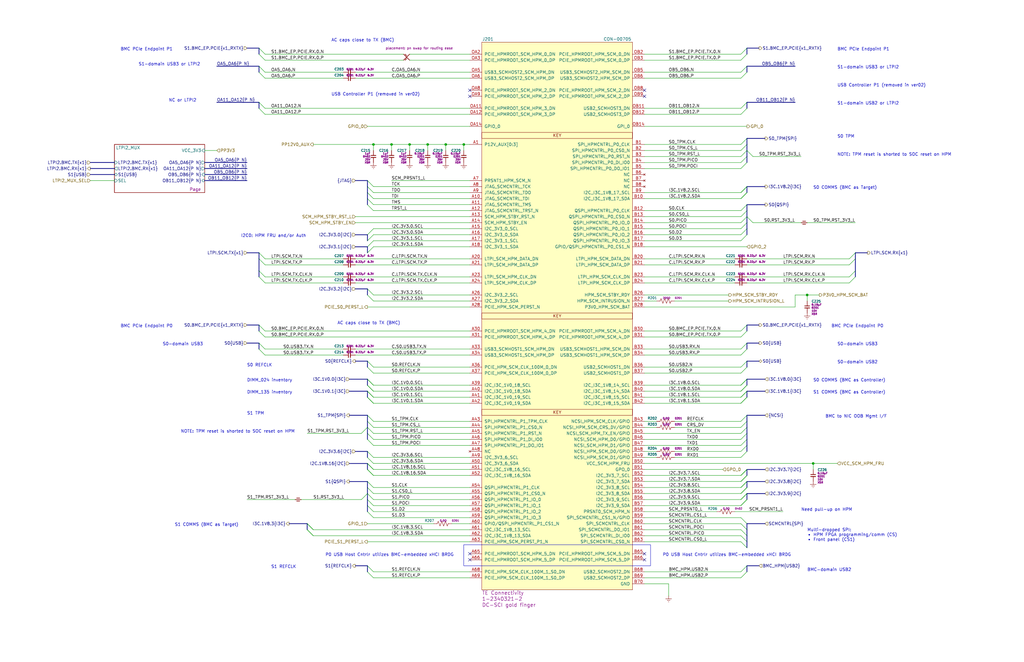
<source format=kicad_sch>
(kicad_sch (version 20231120) (generator "eeschema") (generator_version "8.0")
  (paper "B")
  (title_block (title "${PROJ}") (rev "${REV}") (company "${RPN}") (comment 1 "DC-SCI Edge"))
  (junction (at 340.36 124.46))
  (junction (at 342.9 195.58))
  (junction (at 157.48 60.96))
  (junction (at 180.34 60.96))
  (junction (at 187.96 60.96))
  (junction (at 165.1 60.96))
  (junction (at 172.72 60.96))
  (junction (at 195.58 60.96))
  (no_connect (at 198.12 233.68))
  (no_connect (at 271.78 40.64))
  (no_connect (at 198.12 40.64))
  (no_connect (at 271.78 38.1))
  (no_connect (at 271.78 233.68))
  (no_connect (at 198.12 236.22))
  (no_connect (at 198.12 38.1))
  (no_connect (at 271.78 236.22))
  (bus_entry (at 314.96 137.16) (size -2.54 2.54))
  (bus_entry (at 154.94 152.4) (size 2.54 2.54))
  (bus_entry (at 314.96 203.2) (size -2.54 2.54))
  (bus_entry (at 314.96 210.82) (size -2.54 2.54))
  (bus_entry (at 314.96 208.28) (size -2.54 2.54))
  (bus_entry (at 109.22 109.22) (size 2.54 2.54))
  (bus_entry (at 154.94 195.58) (size 2.54 2.54))
  (bus_entry (at 312.42 185.42) (size 2.54 -2.54))
  (bus_entry (at 314.96 223.52) (size -2.54 -2.54))
  (bus_entry (at 154.94 86.36) (size 2.54 2.54))
  (bus_entry (at 109.22 22.86) (size 2.54 2.54))
  (bus_entry (at 154.94 195.58) (size 2.54 2.54))
  (bus_entry (at 154.94 205.74) (size 2.54 2.54))
  (bus_entry (at 157.48 193.04) (size -2.54 -2.54))
  (bus_entry (at 314.96 210.82) (size -2.54 2.54))
  (bus_entry (at 314.96 162.56) (size -2.54 2.54))
  (bus_entry (at 154.94 198.12) (size 2.54 2.54))
  (bus_entry (at 154.94 165.1) (size 2.54 2.54))
  (bus_entry (at 314.96 88.9) (size -2.54 2.54))
  (bus_entry (at 314.96 205.74) (size -2.54 2.54))
  (bus_entry (at 358.14 109.22) (size 2.54 -2.54))
  (bus_entry (at 314.96 200.66) (size -2.54 2.54))
  (bus_entry (at 157.48 187.96) (size -2.54 -2.54))
  (bus_entry (at 157.48 127) (size -2.54 -2.54))
  (bus_entry (at 154.94 180.34) (size -2.54 2.54))
  (bus_entry (at 314.96 200.66) (size -2.54 2.54))
  (bus_entry (at 314.96 99.06) (size -2.54 2.54))
  (bus_entry (at 154.94 76.2) (size 2.54 2.54))
  (bus_entry (at 314.96 22.86) (size -2.54 2.54))
  (bus_entry (at 154.94 241.3) (size 2.54 2.54))
  (bus_entry (at 314.96 198.12) (size -2.54 2.54))
  (bus_entry (at 154.94 101.6) (size 2.54 -2.54))
  (bus_entry (at 312.42 193.04) (size 2.54 -2.54))
  (bus_entry (at 109.22 106.68) (size 2.54 2.54))
  (bus_entry (at 154.94 167.64) (size 2.54 2.54))
  (bus_entry (at 312.42 190.5) (size 2.54 -2.54))
  (bus_entry (at 109.22 147.32) (size 2.54 2.54))
  (bus_entry (at 314.96 63.5) (size 2.54 2.54))
  (bus_entry (at 154.94 160.02) (size 2.54 2.54))
  (bus_entry (at 314.96 139.7) (size -2.54 2.54))
  (bus_entry (at 154.94 81.28) (size 2.54 2.54))
  (bus_entry (at 314.96 162.56) (size -2.54 2.54))
  (bus_entry (at 154.94 162.56) (size 2.54 2.54))
  (bus_entry (at 154.94 208.28) (size 2.54 2.54))
  (bus_entry (at 109.22 20.32) (size 2.54 2.54))
  (bus_entry (at 154.94 203.2) (size 2.54 2.54))
  (bus_entry (at 314.96 238.76) (size -2.54 2.54))
  (bus_entry (at 154.94 78.74) (size 2.54 2.54))
  (bus_entry (at 109.22 114.3) (size 2.54 2.54))
  (bus_entry (at 314.96 152.4) (size -2.54 2.54))
  (bus_entry (at 129.54 223.52) (size 2.54 2.54))
  (bus_entry (at 154.94 83.82) (size 2.54 2.54))
  (bus_entry (at 314.96 30.48) (size -2.54 2.54))
  (bus_entry (at 109.22 45.72) (size 2.54 2.54))
  (bus_entry (at 312.42 187.96) (size 2.54 -2.54))
  (bus_entry (at 314.96 160.02) (size -2.54 2.54))
  (bus_entry (at 154.94 208.28) (size -2.54 2.54))
  (bus_entry (at 154.94 210.82) (size 2.54 2.54))
  (bus_entry (at 314.96 228.6) (size -2.54 -2.54))
  (bus_entry (at 314.96 78.74) (size -2.54 2.54))
  (bus_entry (at 154.94 104.14) (size 2.54 -2.54))
  (bus_entry (at 312.42 60.96) (size 2.54 -2.54))
  (bus_entry (at 314.96 91.44) (size 2.54 2.54))
  (bus_entry (at 129.54 220.98) (size 2.54 2.54))
  (bus_entry (at 314.96 81.28) (size -2.54 2.54))
  (bus_entry (at 312.42 63.5) (size 2.54 -2.54))
  (bus_entry (at 157.48 195.58) (size -2.54 -2.54))
  (bus_entry (at 314.96 208.28) (size -2.54 2.54))
  (bus_entry (at 314.96 91.44) (size -2.54 2.54))
  (bus_entry (at 312.42 68.58) (size 2.54 -2.54))
  (bus_entry (at 314.96 167.64) (size -2.54 2.54))
  (bus_entry (at 312.42 182.88) (size 2.54 -2.54))
  (bus_entry (at 154.94 99.06) (size 2.54 -2.54))
  (bus_entry (at 358.14 119.38) (size 2.54 -2.54))
  (bus_entry (at 314.96 81.28) (size -2.54 2.54))
  (bus_entry (at 154.94 154.94) (size 2.54 2.54))
  (bus_entry (at 157.48 185.42) (size -2.54 -2.54))
  (bus_entry (at 314.96 144.78) (size -2.54 2.54))
  (bus_entry (at 154.94 106.68) (size 2.54 -2.54))
  (bus_entry (at 314.96 20.32) (size -2.54 2.54))
  (bus_entry (at 312.42 180.34) (size 2.54 -2.54))
  (bus_entry (at 154.94 167.64) (size 2.54 2.54))
  (bus_entry (at 109.22 27.94) (size 2.54 2.54))
  (bus_entry (at 157.48 182.88) (size -2.54 -2.54))
  (bus_entry (at 314.96 198.12) (size -2.54 2.54))
  (bus_entry (at 312.42 218.44) (size 2.54 2.54))
  (bus_entry (at 314.96 43.18) (size -2.54 2.54))
  (bus_entry (at 109.22 43.18) (size 2.54 2.54))
  (bus_entry (at 129.54 220.98) (size 2.54 2.54))
  (bus_entry (at 312.42 223.52) (size 2.54 2.54))
  (bus_entry (at 314.96 45.72) (size -2.54 2.54))
  (bus_entry (at 154.94 162.56) (size 2.54 2.54))
  (bus_entry (at 314.96 231.14) (size -2.54 -2.54))
  (bus_entry (at 154.94 238.76) (size 2.54 2.54))
  (bus_entry (at 358.14 111.76) (size 2.54 -2.54))
  (bus_entry (at 157.48 124.46) (size -2.54 -2.54))
  (bus_entry (at 154.94 215.9) (size 2.54 2.54))
  (bus_entry (at 154.94 165.1) (size 2.54 2.54))
  (bus_entry (at 314.96 86.36) (size -2.54 2.54))
  (bus_entry (at 109.22 139.7) (size 2.54 2.54))
  (bus_entry (at 154.94 160.02) (size 2.54 2.54))
  (bus_entry (at 109.22 137.16) (size 2.54 2.54))
  (bus_entry (at 157.48 177.8) (size -2.54 -2.54))
  (bus_entry (at 314.96 241.3) (size -2.54 2.54))
  (bus_entry (at 312.42 71.12) (size 2.54 -2.54))
  (bus_entry (at 312.42 177.8) (size 2.54 -2.54))
  (bus_entry (at 314.96 78.74) (size -2.54 2.54))
  (bus_entry (at 154.94 198.12) (size 2.54 2.54))
  (bus_entry (at 314.96 165.1) (size -2.54 2.54))
  (bus_entry (at 314.96 154.94) (size -2.54 2.54))
  (bus_entry (at 314.96 160.02) (size -2.54 2.54))
  (bus_entry (at 314.96 96.52) (size -2.54 2.54))
  (bus_entry (at 314.96 165.1) (size -2.54 2.54))
  (bus_entry (at 314.96 203.2) (size -2.54 2.54))
  (bus_entry (at 129.54 223.52) (size 2.54 2.54))
  (bus_entry (at 157.48 180.34) (size -2.54 -2.54))
  (bus_entry (at 358.14 116.84) (size 2.54 -2.54))
  (bus_entry (at 109.22 144.78) (size 2.54 2.54))
  (bus_entry (at 312.42 66.04) (size 2.54 -2.54))
  (bus_entry (at 154.94 213.36) (size 2.54 2.54))
  (bus_entry (at 314.96 205.74) (size -2.54 2.54))
  (bus_entry (at 314.96 93.98) (size -2.54 2.54))
  (bus_entry (at 109.22 30.48) (size 2.54 2.54))
  (bus_entry (at 314.96 147.32) (size -2.54 2.54))
  (bus_entry (at 109.22 116.84) (size 2.54 2.54))
  (bus_entry (at 314.96 27.94) (size -2.54 2.54))
  (bus_entry (at 314.96 167.64) (size -2.54 2.54))
  (bus (pts (xy 314.96 144.78) (xy 320.04 144.78)))
  (wire (pts (xy 180.34 60.96) (xy 187.96 60.96)))
  (wire (pts (xy 271.78 45.72) (xy 312.42 45.72)))
  (wire (pts (xy 157.48 88.9) (xy 198.12 88.9)))
  (wire (pts (xy 335.28 124.46) (xy 340.36 124.46)))
  (wire (pts (xy 111.76 111.76) (xy 144.78 111.76)))
  (wire (pts (xy 195.58 60.96) (xy 198.12 60.96)))
  (bus (pts (xy 109.22 27.94) (xy 109.22 30.48)))
  (wire (pts (xy 271.78 170.18) (xy 312.42 170.18)))
  (wire (pts (xy 271.78 119.38) (xy 309.88 119.38)))
  (bus (pts (xy 314.96 162.56) (xy 314.96 160.02)))
  (bus (pts (xy 322.58 198.12) (xy 314.96 198.12)))
  (bus (pts (xy 314.96 226.06) (xy 314.96 223.52)))
  (wire (pts (xy 271.78 177.8) (xy 276.86 177.8)))
  (wire (pts (xy 111.76 149.86) (xy 144.78 149.86)))
  (bus (pts (xy 154.94 76.2) (xy 154.94 78.74)))
  (bus (pts (xy 314.96 152.4) (xy 314.96 154.94)))
  (wire (pts (xy 157.48 83.82) (xy 198.12 83.82)))
  (bus (pts (xy 314.96 175.26) (xy 322.58 175.26)))
  (wire (pts (xy 111.76 25.4) (xy 170.18 25.4)))
  (bus (pts (xy 360.68 114.3) (xy 360.68 116.84)))
  (wire (pts (xy 271.78 149.86) (xy 312.42 149.86)))
  (wire (pts (xy 187.96 60.96) (xy 187.96 63.5)))
  (wire (pts (xy 157.48 241.3) (xy 198.12 241.3)))
  (wire (pts (xy 157.48 127) (xy 198.12 127)))
  (bus (pts (xy 109.22 20.32) (xy 109.22 22.86)))
  (bus (pts (xy 38.1 73.66) (xy 48.26 73.66)))
  (bus (pts (xy 314.96 175.26) (xy 314.96 177.8)))
  (wire (pts (xy 149.86 33.02) (xy 198.12 33.02)))
  (wire (pts (xy 149.86 119.38) (xy 198.12 119.38)))
  (wire (pts (xy 271.78 139.7) (xy 312.42 139.7)))
  (wire (pts (xy 111.76 119.38) (xy 144.78 119.38)))
  (wire (pts (xy 284.48 127) (xy 307.34 127)))
  (bus (pts (xy 314.96 96.52) (xy 314.96 99.06)))
  (wire (pts (xy 314.96 116.84) (xy 358.14 116.84)))
  (bus (pts (xy 154.94 99.06) (xy 154.94 101.6)))
  (wire (pts (xy 157.48 157.48) (xy 198.12 157.48)))
  (wire (pts (xy 157.48 86.36) (xy 198.12 86.36)))
  (bus (pts (xy 314.96 58.42) (xy 314.96 60.96)))
  (bus (pts (xy 314.96 20.32) (xy 314.96 22.86)))
  (wire (pts (xy 284.48 193.04) (xy 312.42 193.04)))
  (bus (pts (xy 149.86 190.5) (xy 154.94 190.5)))
  (bus (pts (xy 314.96 180.34) (xy 314.96 182.88)))
  (wire (pts (xy 271.78 198.12) (xy 304.8 198.12)))
  (wire (pts (xy 271.78 215.9) (xy 302.26 215.9)))
  (wire (pts (xy 149.86 30.48) (xy 198.12 30.48)))
  (wire (pts (xy 271.78 147.32) (xy 312.42 147.32)))
  (wire (pts (xy 157.48 101.6) (xy 198.12 101.6)))
  (wire (pts (xy 132.08 60.96) (xy 157.48 60.96)))
  (bus (pts (xy 154.94 208.28) (xy 154.94 210.82)))
  (wire (pts (xy 271.78 167.64) (xy 312.42 167.64)))
  (wire (pts (xy 271.78 66.04) (xy 312.42 66.04)))
  (bus (pts (xy 322.58 165.1) (xy 314.96 165.1)))
  (wire (pts (xy 111.76 48.26) (xy 198.12 48.26)))
  (wire (pts (xy 157.48 185.42) (xy 198.12 185.42)))
  (wire (pts (xy 149.86 93.98) (xy 198.12 93.98)))
  (wire (pts (xy 309.88 215.9) (xy 330.2 215.9)))
  (wire (pts (xy 340.36 124.46) (xy 345.44 124.46)))
  (bus (pts (xy 154.94 175.26) (xy 154.94 177.8)))
  (wire (pts (xy 157.48 193.04) (xy 198.12 193.04)))
  (wire (pts (xy 340.36 124.46) (xy 340.36 127)))
  (bus (pts (xy 91.44 27.94) (xy 109.22 27.94)))
  (wire (pts (xy 271.78 104.14) (xy 314.96 104.14)))
  (bus (pts (xy 322.58 208.28) (xy 314.96 208.28)))
  (wire (pts (xy 195.58 60.96) (xy 195.58 63.5)))
  (bus (pts (xy 314.96 27.94) (xy 314.96 30.48)))
  (wire (pts (xy 271.78 99.06) (xy 312.42 99.06)))
  (bus (pts (xy 314.96 210.82) (xy 314.96 208.28)))
  (wire (pts (xy 271.78 205.74) (xy 312.42 205.74)))
  (wire (pts (xy 317.5 93.98) (xy 337.82 93.98)))
  (wire (pts (xy 111.76 142.24) (xy 198.12 142.24)))
  (bus (pts (xy 154.94 205.74) (xy 154.94 208.28)))
  (wire (pts (xy 111.76 139.7) (xy 198.12 139.7)))
  (wire (pts (xy 111.76 147.32) (xy 144.78 147.32)))
  (wire (pts (xy 271.78 226.06) (xy 312.42 226.06)))
  (wire (pts (xy 111.76 33.02) (xy 144.78 33.02)))
  (wire (pts (xy 271.78 213.36) (xy 312.42 213.36)))
  (wire (pts (xy 149.86 147.32) (xy 198.12 147.32)))
  (wire (pts (xy 154.94 220.98) (xy 182.88 220.98)))
  (bus (pts (xy 149.86 76.2) (xy 154.94 76.2)))
  (wire (pts (xy 157.48 81.28) (xy 198.12 81.28)))
  (wire (pts (xy 132.08 226.06) (xy 198.12 226.06)))
  (wire (pts (xy 271.78 162.56) (xy 312.42 162.56)))
  (bus (pts (xy 314.96 167.64) (xy 314.96 165.1)))
  (wire (pts (xy 314.96 119.38) (xy 358.14 119.38)))
  (wire (pts (xy 271.78 142.24) (xy 312.42 142.24)))
  (bus (pts (xy 154.94 104.14) (xy 154.94 106.68)))
  (wire (pts (xy 149.86 149.86) (xy 198.12 149.86)))
  (wire (pts (xy 271.78 203.2) (xy 312.42 203.2)))
  (wire (pts (xy 157.48 177.8) (xy 198.12 177.8)))
  (wire (pts (xy 157.48 213.36) (xy 198.12 213.36)))
  (wire (pts (xy 271.78 193.04) (xy 276.86 193.04)))
  (wire (pts (xy 149.86 91.44) (xy 198.12 91.44)))
  (bus (pts (xy 314.96 81.28) (xy 314.96 78.74)))
  (wire (pts (xy 172.72 22.86) (xy 198.12 22.86)))
  (bus (pts (xy 322.58 160.02) (xy 314.96 160.02)))
  (wire (pts (xy 157.48 243.84) (xy 198.12 243.84)))
  (wire (pts (xy 149.86 109.22) (xy 198.12 109.22)))
  (wire (pts (xy 157.48 154.94) (xy 198.12 154.94)))
  (wire (pts (xy 271.78 111.76) (xy 309.88 111.76)))
  (wire (pts (xy 157.48 195.58) (xy 198.12 195.58)))
  (bus (pts (xy 314.96 88.9) (xy 314.96 86.36)))
  (wire (pts (xy 111.76 22.86) (xy 170.18 22.86)))
  (bus (pts (xy 314.96 205.74) (xy 314.96 203.2)))
  (bus (pts (xy 314.96 88.9) (xy 314.96 91.44)))
  (wire (pts (xy 111.76 109.22) (xy 144.78 109.22)))
  (bus (pts (xy 314.96 228.6) (xy 314.96 231.14)))
  (bus (pts (xy 149.86 238.76) (xy 154.94 238.76)))
  (bus (pts (xy 154.94 238.76) (xy 154.94 241.3)))
  (wire (pts (xy 271.78 33.02) (xy 312.42 33.02)))
  (wire (pts (xy 271.78 48.26) (xy 312.42 48.26)))
  (bus (pts (xy 149.86 99.06) (xy 154.94 99.06)))
  (wire (pts (xy 271.78 129.54) (xy 335.28 129.54)))
  (bus (pts (xy 314.96 200.66) (xy 314.96 198.12)))
  (wire (pts (xy 317.5 66.04) (xy 337.82 66.04)))
  (wire (pts (xy 157.48 60.96) (xy 157.48 63.5)))
  (bus (pts (xy 109.22 109.22) (xy 109.22 114.3)))
  (bus (pts (xy 154.94 152.4) (xy 154.94 154.94)))
  (wire (pts (xy 271.78 243.84) (xy 312.42 243.84)))
  (bus (pts (xy 147.32 165.1) (xy 154.94 165.1)))
  (wire (pts (xy 271.78 88.9) (xy 312.42 88.9)))
  (bus (pts (xy 314.96 220.98) (xy 322.58 220.98)))
  (bus (pts (xy 154.94 78.74) (xy 154.94 81.28)))
  (bus (pts (xy 360.68 109.22) (xy 360.68 114.3)))
  (bus (pts (xy 154.94 81.28) (xy 154.94 83.82)))
  (wire (pts (xy 271.78 96.52) (xy 312.42 96.52)))
  (wire (pts (xy 86.36 63.5) (xy 91.44 63.5)))
  (wire (pts (xy 271.78 116.84) (xy 309.88 116.84)))
  (bus (pts (xy 320.04 20.32) (xy 314.96 20.32)))
  (bus (pts (xy 314.96 152.4) (xy 320.04 152.4)))
  (wire (pts (xy 172.72 25.4) (xy 198.12 25.4)))
  (wire (pts (xy 271.78 195.58) (xy 342.9 195.58)))
  (wire (pts (xy 271.78 53.34) (xy 314.96 53.34)))
  (bus (pts (xy 365.76 106.68) (xy 360.68 106.68)))
  (wire (pts (xy 157.48 78.74) (xy 198.12 78.74)))
  (bus (pts (xy 149.86 152.4) (xy 154.94 152.4)))
  (wire (pts (xy 149.86 116.84) (xy 198.12 116.84)))
  (bus (pts (xy 314.96 27.94) (xy 335.28 27.94)))
  (bus (pts (xy 129.54 223.52) (xy 129.54 220.98)))
  (bus (pts (xy 314.96 66.04) (xy 314.96 68.58)))
  (wire (pts (xy 281.94 246.38) (xy 281.94 251.46)))
  (wire (pts (xy 271.78 228.6) (xy 312.42 228.6)))
  (wire (pts (xy 157.48 218.44) (xy 198.12 218.44)))
  (bus (pts (xy 109.22 137.16) (xy 109.22 139.7)))
  (wire (pts (xy 157.48 187.96) (xy 198.12 187.96)))
  (wire (pts (xy 38.1 76.2) (xy 48.26 76.2)))
  (wire (pts (xy 284.48 180.34) (xy 312.42 180.34)))
  (wire (pts (xy 165.1 60.96) (xy 172.72 60.96)))
  (bus (pts (xy 147.32 160.02) (xy 154.94 160.02)))
  (bus (pts (xy 314.96 177.8) (xy 314.96 180.34)))
  (bus (pts (xy 154.94 182.88) (xy 154.94 185.42)))
  (bus (pts (xy 154.94 177.8) (xy 154.94 180.34)))
  (wire (pts (xy 111.76 45.72) (xy 198.12 45.72)))
  (wire (pts (xy 157.48 162.56) (xy 198.12 162.56)))
  (wire (pts (xy 157.48 200.66) (xy 198.12 200.66)))
  (wire (pts (xy 111.76 30.48) (xy 144.78 30.48)))
  (wire (pts (xy 271.78 200.66) (xy 312.42 200.66)))
  (wire (pts (xy 127 210.82) (xy 152.4 210.82)))
  (bus (pts (xy 320.04 137.16) (xy 314.96 137.16)))
  (wire (pts (xy 271.78 208.28) (xy 312.42 208.28)))
  (wire (pts (xy 157.48 205.74) (xy 198.12 205.74)))
  (wire (pts (xy 157.48 210.82) (xy 198.12 210.82)))
  (wire (pts (xy 157.48 170.18) (xy 198.12 170.18)))
  (wire (pts (xy 157.48 104.14) (xy 198.12 104.14)))
  (wire (pts (xy 157.48 182.88) (xy 198.12 182.88)))
  (wire (pts (xy 271.78 30.48) (xy 312.42 30.48)))
  (wire (pts (xy 271.78 180.34) (xy 276.86 180.34)))
  (wire (pts (xy 271.78 182.88) (xy 312.42 182.88)))
  (wire (pts (xy 198.12 53.34) (xy 154.94 53.34)))
  (bus (pts (xy 104.14 20.32) (xy 109.22 20.32)))
  (bus (pts (xy 154.94 167.64) (xy 154.94 165.1)))
  (bus (pts (xy 314.96 86.36) (xy 322.58 86.36)))
  (wire (pts (xy 312.42 63.5) (xy 271.78 63.5)))
  (bus (pts (xy 322.58 78.74) (xy 314.96 78.74)))
  (bus (pts (xy 38.1 68.58) (xy 48.26 68.58)))
  (bus (pts (xy 121.92 220.98) (xy 129.54 220.98)))
  (wire (pts (xy 340.36 93.98) (xy 360.68 93.98)))
  (wire (pts (xy 104.14 210.82) (xy 124.46 210.82)))
  (wire (pts (xy 157.48 96.52) (xy 198.12 96.52)))
  (wire (pts (xy 271.78 187.96) (xy 312.42 187.96)))
  (bus (pts (xy 314.96 93.98) (xy 314.96 96.52)))
  (wire (pts (xy 154.94 129.54) (xy 198.12 129.54)))
  (wire (pts (xy 271.78 154.94) (xy 312.42 154.94)))
  (bus (pts (xy 322.58 203.2) (xy 314.96 203.2)))
  (wire (pts (xy 190.5 220.98) (xy 198.12 220.98)))
  (bus (pts (xy 154.94 162.56) (xy 154.94 160.02)))
  (bus (pts (xy 109.22 43.18) (xy 91.44 43.18)))
  (wire (pts (xy 157.48 180.34) (xy 198.12 180.34)))
  (wire (pts (xy 271.78 165.1) (xy 312.42 165.1)))
  (wire (pts (xy 271.78 185.42) (xy 312.42 185.42)))
  (bus (pts (xy 154.94 83.82) (xy 154.94 86.36)))
  (wire (pts (xy 271.78 190.5) (xy 276.86 190.5)))
  (bus (pts (xy 314.96 60.96) (xy 314.96 63.5)))
  (wire (pts (xy 157.48 198.12) (xy 198.12 198.12)))
  (bus (pts (xy 154.94 175.26) (xy 147.32 175.26)))
  (wire (pts (xy 271.78 210.82) (xy 312.42 210.82)))
  (bus (pts (xy 109.22 114.3) (xy 109.22 116.84)))
  (wire (pts (xy 271.78 246.38) (xy 281.94 246.38)))
  (wire (pts (xy 157.48 167.64) (xy 198.12 167.64)))
  (wire (pts (xy 187.96 60.96) (xy 195.58 60.96)))
  (wire (pts (xy 180.34 60.96) (xy 172.72 60.96)))
  (bus (pts (xy 154.94 180.34) (xy 154.94 182.88)))
  (bus (pts (xy 104.14 144.78) (xy 109.22 144.78)))
  (bus (pts (xy 314.96 187.96) (xy 314.96 190.5)))
  (bus (pts (xy 86.36 71.12) (xy 104.14 71.12)))
  (bus (pts (xy 360.68 106.68) (xy 360.68 109.22)))
  (bus (pts (xy 154.94 205.74) (xy 154.94 203.2)))
  (bus (pts (xy 109.22 106.68) (xy 109.22 109.22)))
  (wire (pts (xy 314.96 109.22) (xy 358.14 109.22)))
  (wire (pts (xy 149.86 111.76) (xy 198.12 111.76)))
  (bus (pts (xy 314.96 43.18) (xy 335.28 43.18)))
  (wire (pts (xy 271.78 218.44) (xy 312.42 218.44)))
  (wire (pts (xy 154.94 228.6) (xy 198.12 228.6)))
  (bus (pts (xy 86.36 68.58) (xy 104.14 68.58)))
  (wire (pts (xy 271.78 220.98) (xy 312.42 220.98)))
  (bus (pts (xy 154.94 213.36) (xy 154.94 215.9)))
  (wire (pts (xy 284.48 190.5) (xy 312.42 190.5)))
  (bus (pts (xy 154.94 203.2) (xy 147.32 203.2)))
  (wire (pts (xy 335.28 124.46) (xy 335.28 129.54)))
  (wire (pts (xy 284.48 177.8) (xy 312.42 177.8)))
  (wire (pts (xy 271.78 223.52) (xy 312.42 223.52)))
  (bus (pts (xy 314.96 137.16) (xy 314.96 139.7)))
  (bus (pts (xy 314.96 63.5) (xy 314.96 66.04)))
  (wire (pts (xy 342.9 195.58) (xy 353.06 195.58)))
  (wire (pts (xy 312.42 68.58) (xy 271.78 68.58)))
  (bus (pts (xy 314.96 58.42) (xy 322.58 58.42)))
  (wire (pts (xy 129.54 182.88) (xy 152.4 182.88)))
  (bus (pts (xy 314.96 144.78) (xy 314.96 147.32)))
  (bus (pts (xy 109.22 144.78) (xy 109.22 147.32)))
  (wire (pts (xy 271.78 25.4) (xy 312.42 25.4)))
  (wire (pts (xy 157.48 165.1) (xy 198.12 165.1)))
  (wire (pts (xy 132.08 223.52) (xy 198.12 223.52)))
  (wire (pts (xy 271.78 109.22) (xy 309.88 109.22)))
  (wire (pts (xy 271.78 124.46) (xy 307.34 124.46)))
  (bus (pts (xy 314.96 185.42) (xy 314.96 187.96)))
  (wire (pts (xy 111.76 116.84) (xy 144.78 116.84)))
  (bus (pts (xy 320.04 238.76) (xy 314.96 238.76)))
  (bus (pts (xy 314.96 223.52) (xy 314.96 220.98)))
  (bus (pts (xy 314.96 226.06) (xy 314.96 228.6)))
  (bus (pts (xy 314.96 238.76) (xy 314.96 241.3)))
  (bus (pts (xy 149.86 104.14) (xy 154.94 104.14)))
  (bus (pts (xy 154.94 121.92) (xy 154.94 124.46)))
  (wire (pts (xy 271.78 157.48) (xy 312.42 157.48)))
  (wire (pts (xy 165.1 60.96) (xy 165.1 63.5)))
  (wire (pts (xy 271.78 101.6) (xy 312.42 101.6)))
  (wire (pts (xy 271.78 22.86) (xy 312.42 22.86)))
  (bus (pts (xy 314.96 43.18) (xy 314.96 45.72)))
  (wire (pts (xy 271.78 127) (xy 276.86 127)))
  (bus (pts (xy 154.94 198.12) (xy 154.94 195.58)))
  (wire (pts (xy 271.78 93.98) (xy 312.42 93.98)))
  (bus (pts (xy 314.96 91.44) (xy 314.96 93.98)))
  (bus (pts (xy 147.32 195.58) (xy 154.94 195.58)))
  (wire (pts (xy 157.48 124.46) (xy 198.12 124.46)))
  (wire (pts (xy 314.96 111.76) (xy 358.14 111.76)))
  (wire (pts (xy 271.78 81.28) (xy 312.42 81.28)))
  (bus (pts (xy 38.1 71.12) (xy 48.26 71.12)))
  (wire (pts (xy 312.42 60.96) (xy 271.78 60.96)))
  (wire (pts (xy 271.78 83.82) (xy 312.42 83.82)))
  (wire (pts (xy 271.78 91.44) (xy 312.42 91.44)))
  (bus (pts (xy 86.36 76.2) (xy 104.14 76.2)))
  (bus (pts (xy 154.94 190.5) (xy 154.94 193.04)))
  (wire (pts (xy 157.48 208.28) (xy 198.12 208.28)))
  (bus (pts (xy 104.14 106.68) (xy 109.22 106.68)))
  (wire (pts (xy 312.42 71.12) (xy 271.78 71.12)))
  (wire (pts (xy 157.48 215.9) (xy 198.12 215.9)))
  (bus (pts (xy 109.22 43.18) (xy 109.22 45.72)))
  (wire (pts (xy 165.1 60.96) (xy 157.48 60.96)))
  (wire (pts (xy 180.34 60.96) (xy 180.34 63.5)))
  (wire (pts (xy 165.1 76.2) (xy 198.12 76.2)))
  (wire (pts (xy 172.72 60.96) (xy 172.72 63.5)))
  (bus (pts (xy 86.36 73.66) (xy 104.14 73.66)))
  (wire (pts (xy 342.9 195.58) (xy 342.9 198.12)))
  (wire (pts (xy 157.48 99.06) (xy 198.12 99.06)))
  (wire (pts (xy 271.78 241.3) (xy 312.42 241.3)))
  (bus (pts (xy 314.96 182.88) (xy 314.96 185.42)))
  (bus (pts (xy 154.94 210.82) (xy 154.94 213.36)))
  (bus (pts (xy 149.86 121.92) (xy 154.94 121.92)))
  (bus (pts (xy 104.14 137.16) (xy 109.22 137.16)))
  (text_box "" (at 195.58 229.87 0) (size 78.74 8.89) (effects (font (size 1.27 1.27))))
  (text "S0-domain USB2" (at 353.06 153.67 0) (effects (font (size 1.27 1.27)) (justify left bottom)))
  (text "S1 REFCLK" (at 114.3 240.03 0) (effects (font (size 1.27 1.27)) (justify left bottom)))
  (text "S1 TPM" (at 104.14 175.26 0) (effects (font (size 1.27 1.27)) (justify left bottom)))
  (text "NOTE: TPM reset is shorted to SOC reset on HPM" (at 76.2 182.88 0) (effects (font (size 1.27 1.27)) (justify left bottom)))
  (text "S1 COMMS (BMC as Target)" (at 73.66 222.25 0) (effects (font (size 1.27 1.27)) (justify left bottom)))
  (text "BMC-domain USB2" (at 340.36 241.3 0) (effects (font (size 1.27 1.27)) (justify left bottom)))
  (text "S0 REFCLK" (at 104.14 154.94 0) (effects (font (size 1.27 1.27)) (justify left bottom)))
  (text "Multi-dropped SPI:\n• HPM FPGA programming/comm (CS)\n• Front panel (CS1)" (at 340.36 228.6 0) (effects (font (size 1.27 1.27)) (justify left bottom)))
  (text "USB Controller P1 (removed in ver02)" (at 353.06 36.83 0) (effects (font (size 1.27 1.27)) (justify left bottom)))
  (text "S1-domain USB2 or LTPI2" (at 353.06 44.45 0) (effects (font (size 1.27 1.27)) (justify left bottom)))
  (text "P0 USB Host Cntrlr utilizes BMC-embedded xHCI BRDG" (at 279.4 234.95 0) (effects (font (size 1.27 1.27)) (justify left bottom)))
  (text "BMC PCIe Endpoint P0" (at 50.8 138.43 0) (effects (font (size 1.27 1.27)) (justify left bottom)))
  (text "AC caps close to TX (BMC)" (at 142.24 137.16 0) (effects (font (size 1.27 1.27)) (justify left bottom)))
  (text "USB Controller P1 (removed in ver02)" (at 139.7 40.64 0) (effects (font (size 1.27 1.27)) (justify left bottom)))
  (text "S0 COMMS (BMC as Target)" (at 342.9 80.01 0) (effects (font (size 1.27 1.27)) (justify left bottom)))
  (text "DIMM_024 inventory" (at 104.14 161.29 0) (effects (font (size 1.27 1.27)) (justify left bottom)))
  (text "S1-domain USB3 or LTPI2" (at 353.06 29.21 0) (effects (font (size 1.27 1.27)) (justify left bottom)))
  (text "BMC PCIe Endpoint P1" (at 353.06 21.59 0) (effects (font (size 1.27 1.27)) (justify left bottom)))
  (text "S0 COMMS (BMC as Controller)" (at 342.9 161.29 0) (effects (font (size 1.27 1.27)) (justify left bottom)))
  (text "S0-domain USB3" (at 68.58 146.05 0) (effects (font (size 1.27 1.27)) (justify left bottom)))
  (text "P0 USB Host Cntrlr utilizes BMC-embedded xHCI BRDG" (at 137.16 234.95 0) (effects (font (size 1.27 1.27)) (justify left bottom)))
  (text "BMC to NIC OOB Mgmt I/F" (at 347.98 176.53 0) (effects (font (size 1.27 1.27)) (justify left bottom)))
  (text "NOTE: TPM reset is shorted to SOC reset on HPM" (at 353.06 66.04 0) (effects (font (size 1.27 1.27)) (justify left bottom)))
  (text "S0-domain USB3" (at 353.06 146.05 0) (effects (font (size 1.27 1.27)) (justify left bottom)))
  (text "DIMM_135 inventory" (at 104.14 166.37 0) (effects (font (size 1.27 1.27)) (justify left bottom)))
  (text "BMC PCIe Endpoint P0" (at 350.52 138.43 0) (effects (font (size 1.27 1.27)) (justify left bottom)))
  (text "I2C0: HPM FRU and/or Auth" (at 101.6 100.33 0) (effects (font (size 1.27 1.27)) (justify left bottom)))
  (text "S0 TPM" (at 353.06 58.42 0) (effects (font (size 1.27 1.27)) (justify left bottom)))
  (text "S1 COMMS (BMC as Controller)" (at 342.9 166.37 0) (effects (font (size 1.27 1.27)) (justify left bottom)))
  (text "NC or LTPI2" (at 71.12 43.18 0) (effects (font (size 1.27 1.27)) (justify left bottom)))
  (text "S1-domain USB3 or LTPI2" (at 58.42 27.94 0) (effects (font (size 1.27 1.27)) (justify left bottom)))
  (text "AC caps close to TX (BMC)" (at 139.7 17.78 0) (effects (font (size 1.27 1.27)) (justify left bottom)))
  (text "Need pull-up on HPM" (at 337.82 215.9 0) (effects (font (size 1.27 1.27)) (justify left bottom)))
  (text "BMC PCIe Endpoint P1" (at 50.8 21.59 0) (effects (font (size 1.27 1.27)) (justify left bottom)))
  (label "OA5_OA6{P N}" (at 104.14 68.58 180))
  (label "OA5_OA6.P" (at 114.3 33.02 0))
  (label "TX_EN" (at 289.56 182.88 0))
  (label "TXD0" (at 289.56 185.42 0))
  (label "BMC_HPM.USB2.P" (at 281.94 243.84 0))
  (label "S1.BMC_EP.PCIE.TX.0.N" (at 281.94 22.86 0))
  (label "LTPI.SCM.TX.P" (at 114.3 111.76 0))
  (label "C.LTPI.SCM.TX.P" (at 165.1 111.76 0))
  (label "I3C.1V0.1.SCL" (at 165.1 167.64 0))
  (label "S1.BMC_EP.PCIE.TX.0.P" (at 281.94 25.4 0))
  (label "C.LTPI.SCM.RX.P" (at 281.94 111.76 0))
  (label "LTPI.SCM.TX.N" (at 114.3 109.22 0))
  (label "I3C.1V8.3.SCL" (at 165.1 223.52 0))
  (label "I2C.3V3.6.SCL" (at 165.1 193.04 0))
  (label "S1.CS0_L" (at 165.1 208.28 0))
  (label "I2C.3V3.1.SCL" (at 165.1 101.6 0))
  (label "S0.BMC_EP.PCIE.RX.0.N" (at 114.3 139.7 0))
  (label "S1.BMC_EP.PCIE.RX.0.P" (at 114.3 25.4 0))
  (label "I2C.3V3.9.SCL" (at 281.94 210.82 0))
  (label "C.LTPI.SCM.TX.CLK.N" (at 165.1 116.84 0))
  (label "I2C.3V3.6.SDA" (at 165.1 195.58 0))
  (label "S1_TPM.CLK" (at 165.1 177.8 0))
  (label "S1_TPM.CS_L" (at 165.1 180.34 0))
  (label "CRS_DV" (at 289.56 180.34 0))
  (label "S0_TPM.CLK" (at 281.94 60.96 0))
  (label "TXD1" (at 289.56 187.96 0))
  (label "LTPI.SCM.TX.CLK.N" (at 114.3 116.84 0))
  (label "RXD0" (at 289.56 190.5 0))
  (label "S0.USB3.TX.N" (at 119.38 147.32 0))
  (label "S0.CLK" (at 281.94 88.9 0))
  (label "S1.BMC_EP.PCIE.RX.0.N" (at 114.3 22.86 0))
  (label "SCMCNTRL.PICO" (at 281.94 226.06 0))
  (label "LTPI.SCM.RX.N" (at 330.2 109.22 0))
  (label "I3C.1V0.1.SDA" (at 165.1 170.18 0))
  (label "TCK" (at 165.1 78.74 0))
  (label "S0.CS0_L" (at 281.94 91.44 0))
  (label "LTPI.SCM.RX.P" (at 330.2 111.76 0))
  (label "I2C.3V3.1.SDA" (at 165.1 104.14 0))
  (label "C.S0.USB3.TX.N" (at 165.1 147.32 0))
  (label "SCM_PRSNT1_L" (at 330.2 215.9 180))
  (label "S1.CLK" (at 165.1 205.74 0))
  (label "I2C.3V3.9.SDA" (at 281.94 213.36 0))
  (label "OA11_OA12{P N}" (at 91.44 43.18 0))
  (label "S1_TPM.POCI" (at 165.1 187.96 0))
  (label "S0_TPM.CS_L" (at 281.94 63.5 0))
  (label "S0.PICO" (at 281.94 93.98 0))
  (label "S1.REFCLK.N" (at 165.1 241.3 0))
  (label "I3C.1V0.0.SCL" (at 165.1 162.56 0))
  (label "SCM_PRSNT1_L" (at 165.1 76.2 0))
  (label "C.LTPI.SCM.TX.N" (at 165.1 109.22 0))
  (label "I2C.3V3.2.SDA" (at 165.1 127 0))
  (label "I3C.1V8.0.SDA" (at 281.94 165.1 0))
  (label "I3C.1V8.0.SCL" (at 281.94 162.56 0))
  (label "I2C.3V3.0.SDA" (at 165.1 99.06 0))
  (label "S1.D3" (at 165.1 218.44 0))
  (label "SCMCNTRL.CS0_L" (at 281.94 228.6 0))
  (label "LTPI.SCM.TX.CLK.P" (at 114.3 119.38 0))
  (label "I2C.3V3.0.SCL" (at 165.1 96.52 0))
  (label "I2C.1V8.16.SCL" (at 165.1 198.12 0))
  (label "OB11_OB12.P" (at 281.94 48.26 0))
  (label "S0_TPM.RST_3V3_L" (at 337.82 66.04 180))
  (label "I3C.1V8.2.SCL" (at 281.94 81.28 0))
  (label "S0.D2" (at 281.94 99.06 0))
  (label "OB11_OB12{P N}" (at 335.28 43.18 180))
  (label "TMS" (at 165.1 86.36 0))
  (label "S0.BMC_EP.PCIE.TX.0.N" (at 281.94 139.7 0))
  (label "S0.USB3.RX.P" (at 281.94 149.86 0))
  (label "RXD1" (at 289.56 193.04 0))
  (label "S0_TPM.POCI" (at 281.94 71.12 0))
  (label "TRST_L" (at 165.1 88.9 0))
  (label "BMC_HPM.USB2.N" (at 281.94 241.3 0))
  (label "I2C.3V3.7.SCL" (at 281.94 200.66 0))
  (label "S1_TPM.RST_3V3_L" (at 104.14 210.82 0))
  (label "S0.POCI" (at 281.94 96.52 0))
  (label "TDO" (at 165.1 81.28 0))
  (label "S1.REFCLK.P" (at 165.1 243.84 0))
  (label "OA5_OA6.N" (at 114.3 30.48 0))
  (label "S1.PICO" (at 165.1 210.82 0))
  (label "SCMCNTRL.CS1_L" (at 281.94 218.44 0))
  (label "C.OA5_OA6.P" (at 165.1 33.02 0))
  (label "S1.RST_3V3_L" (at 132.08 210.82 0))
  (label "I3C.1V8.2.SDA" (at 281.94 83.82 0))
  (label "TDI" (at 165.1 83.82 0))
  (label "SCMCNTRL.CLK" (at 281.94 220.98 0))
  (label "OB11_OB12{P N}" (at 104.14 76.2 180))
  (label "C.LTPI.SCM.RX.CLK.N" (at 281.94 116.84 0))
  (label "S0.REFCLK.N" (at 165.1 154.94 0))
  (label "LTPI.SCM.RX.CLK.N" (at 330.2 116.84 0))
  (label "I2C.3V3.2.SCL" (at 165.1 124.46 0))
  (label "S0_TPM.RST_3V3_L" (at 360.68 93.98 180))
  (label "I3C.1V8.1.SDA" (at 281.94 170.18 0))
  (label "OB11_OB12.N" (at 281.94 45.72 0))
  (label "S1_TPM.PICO" (at 165.1 185.42 0))
  (label "S0.USB3.RX.N" (at 281.94 147.32 0))
  (label "S0.RST_3V3_L" (at 335.28 93.98 180))
  (label "S0.USB3.TX.P" (at 119.38 149.86 0))
  (label "OB5_OB6.P" (at 281.94 33.02 0))
  (label "OA5_OA6{P N}" (at 91.44 27.94 0))
  (label "I2C.3V3.8.SDA" (at 281.94 208.28 0))
  (label "I3C.1V0.0.SDA" (at 165.1 165.1 0))
  (label "SCM_PRSNT0_L" (at 281.94 215.9 0))
  (label "S1.D2" (at 165.1 215.9 0))
  (label "LTPI.SCM.RX.CLK.P" (at 330.2 119.38 0))
  (label "OB5_OB6{P N}" (at 335.28 27.94 180))
  (label "C.LTPI.SCM.TX.CLK.P" (at 165.1 119.38 0))
  (label "I2C.3V3.8.SCL" (at 281.94 205.74 0))
  (label "S0.BMC_EP.PCIE.TX.0.P" (at 281.94 142.24 0))
  (label "C.LTPI.SCM.RX.N" (at 281.94 109.22 0))
  (label "OB5_OB6.N" (at 281.94 30.48 0))
  (label "S0_TPM.RST_L" (at 281.94 66.04 0))
  (label "I3C.1V8.3.SDA" (at 165.1 226.06 0))
  (label "I2C.1V8.16.SDA" (at 165.1 200.66 0))
  (label "I2C.3V3.7.SDA" (at 281.94 203.2 0))
  (label "OA11_OA12{P N}" (at 104.14 71.12 180))
  (label "C.S0.USB3.TX.P" (at 165.1 149.86 0))
  (label "S1_TPM.RST_3V3_L" (at 129.54 182.88 0))
  (label "OB5_OB6{P N}" (at 104.14 73.66 180))
  (label "I3C.1V8.1.SCL" (at 281.94 167.64 0))
  (label "S0.USB2.P" (at 281.94 157.48 0))
  (label "C.OA5_OA6.N" (at 165.1 30.48 0))
  (label "C.LTPI.SCM.RX.CLK.P" (at 281.94 119.38 0))
  (label "S0.USB2.N" (at 281.94 154.94 0))
  (label "S0_TPM.PICO" (at 281.94 68.58 0))
  (label "S1.POCI" (at 165.1 213.36 0))
  (label "S0.D3" (at 281.94 101.6 0))
  (label "S1_TPM.RST_L" (at 165.1 182.88 0))
  (label "OA11_OA12.P" (at 114.3 48.26 0))
  (label "S0.REFCLK.P" (at 165.1 157.48 0))
  (label "OA11_OA12.N" (at 114.3 45.72 0))
  (label "SCMCNTRL.POCI" (at 281.94 223.52 0))
  (label "S0.BMC_EP.PCIE.RX.0.P" (at 114.3 142.24 0))
  (label "REFCLK" (at 289.56 177.8 0))
  (hierarchical_label "PCIE_S1_PERST_L" (shape output) (at 154.94 228.6 180))
  (hierarchical_label "I2C.3V3.2{I2C}" (shape input) (at 149.86 121.92 180))
  (hierarchical_label "S1{USB}" (shape input) (at 38.1 73.66 180))
  (hierarchical_label "HPM_SCM_STBY_RDY" (shape output) (at 307.34 124.46 0))
  (hierarchical_label "{NCSI}" (shape input) (at 322.58 175.26 0))
  (hierarchical_label "SCM_HPM_STBY_RST_L" (shape input) (at 149.86 91.44 180))
  (hierarchical_label "GPIO_0" (shape input) (at 154.94 53.34 180))
  (hierarchical_label "S0.BMC_EP.PCIE{x1_RXTX}" (shape input) (at 104.14 137.16 180))
  (hierarchical_label "GPIO_2" (shape input) (at 314.96 104.14 0))
  (hierarchical_label "GPI_0" (shape output) (at 314.96 53.34 0))
  (hierarchical_label "S0{USB}" (shape input) (at 104.14 144.78 180))
  (hierarchical_label "LTPI2.BMC.TX{x1}" (shape input) (at 38.1 68.58 180))
  (hierarchical_label "SCM_HPM_STBY_EN" (shape input) (at 149.86 93.98 180))
  (hierarchical_label "GPO_0" (shape input) (at 304.8 198.12 0))
  (hierarchical_label "GPIO_1" (shape input) (at 154.94 220.98 180))
  (hierarchical_label "I3C.1V8.2{I3C}" (shape output) (at 322.58 78.74 0))
  (hierarchical_label "P3V0_HPM_SCM_BAT" (shape output) (at 345.44 124.46 0))
  (hierarchical_label "I3C.1V8.3{I3C}" (shape output) (at 121.92 220.98 180))
  (hierarchical_label "PP3V3" (shape input) (at 91.44 63.5 0))
  (hierarchical_label "I2C.3V3.7{I2C}" (shape input) (at 322.58 198.12 0))
  (hierarchical_label "HPM_SCM_INTRUSION_L" (shape output) (at 307.34 127 0))
  (hierarchical_label "SCMCNTRL{SPI}" (shape input) (at 322.58 220.98 0))
  (hierarchical_label "LTPI2_MUX_SEL" (shape input) (at 38.1 76.2 180))
  (hierarchical_label "LTPI.SCM.TX{x1}" (shape input) (at 104.14 106.68 180))
  (hierarchical_label "S0{USB}" (shape output) (at 320.04 144.78 0))
  (hierarchical_label "I3C.1V0.1{I3C}" (shape input) (at 147.32 165.1 180))
  (hierarchical_label "I2C.1V8.16{I2C}" (shape input) (at 147.32 195.58 180))
  (hierarchical_label "I2C.3V3.9{I2C}" (shape input) (at 322.58 208.28 0))
  (hierarchical_label "I3C.1V8.1{I3C}" (shape input) (at 322.58 165.1 0))
  (hierarchical_label "S1.BMC_EP.PCIE{x1_RXTX}" (shape output) (at 320.04 20.32 0))
  (hierarchical_label "S0.BMC_EP.PCIE{x1_RXTX}" (shape output) (at 320.04 137.16 0))
  (hierarchical_label "I3C.1V0.0{I3C}" (shape input) (at 147.32 160.02 180))
  (hierarchical_label "PCIE_S0_PERST_L" (shape output) (at 154.94 129.54 180))
  (hierarchical_label "S0_TPM{SPI}" (shape output) (at 322.58 58.42 0))
  (hierarchical_label "{JTAG}" (shape input) (at 149.86 76.2 180))
  (hierarchical_label "I2C.3V3.0{I2C}" (shape input) (at 149.86 99.06 180))
  (hierarchical_label "S0{QSPI}" (shape output) (at 322.58 86.36 0))
  (hierarchical_label "VCC_SCM_HPM_FRU" (shape input) (at 353.06 195.58 0))
  (hierarchical_label "BMC_HPM{USB2}" (shape input) (at 320.04 238.76 0))
  (hierarchical_label "I2C.3V3.8{I2C}" (shape input) (at 322.58 203.2 0))
  (hierarchical_label "S0{REFCLK}" (shape output) (at 149.86 152.4 180))
  (hierarchical_label "S0{USB}" (shape bidirectional) (at 320.04 152.4 0))
  (hierarchical_label "S1{REFCLK}" (shape output) (at 149.86 238.76 180))
  (hierarchical_label "PP12V0_AUX" (shape output) (at 132.08 60.96 180))
  (hierarchical_label "S1{QSPI}" (shape output) (at 147.32 203.2 180))
  (hierarchical_label "S1_TPM{SPI}" (shape output) (at 147.32 175.26 180))
  (hierarchical_label "S1.BMC_EP.PCIE{x1_RXTX}" (shape input) (at 104.14 20.32 180))
  (hierarchical_label "LTPI.SCM.RX{x1}" (shape output) (at 365.76 106.68 0))
  (hierarchical_label "I2C.3V3.6{I2C}" (shape input) (at 149.86 190.5 180))
  (hierarchical_label "I3C.1V8.0{I3C}" (shape input) (at 322.58 160.02 0))
  (hierarchical_label "I2C.3V3.1{I2C}" (shape input) (at 149.86 104.14 180))
  (hierarchical_label "LTPI2.BMC.RX{x1}" (shape output) (at 38.1 71.12 180))
  (symbol (lib_id "Capacitors, ceramic, Murata:CCM-622AA") (at 147.32 109.22 90) (unit 1)
    (property "Reference" "C207" (at 140.97 107.95 90) (effects (font (size 1 1)) (justify right)))
    (property "Value" "CCM-622AA" (effects (hide yes)))
    (property "Description" "CAP, ceramic, 0.22µF, 0201, 6.3V, ±20%, X5R, 0.33 mm" (effects (hide yes)))
    (property "val" "0.22µF" (at 149.86 107.95 90) (effects (font (size 0.8 0.8)) (justify right)))
    (property "pkg" "0201" (at 146.05 107.95 90) (effects (font (size 0.8 0.8)) (justify right)))
    (property "mfr" "Murata" (effects (hide yes)))
    (property "Sim.Pins" "1=+ 2=-" (effects (hide yes)))
    (property "volt" "6.3V" (at 154.94 107.95 90) (effects (font (size 0.8 0.8)) (justify right)))
    (property "Sim.Device" "C" (effects (hide yes)))
    (property "type" "X5R" (effects (hide yes)))
    (property "Sim.Params" "c=${val}" (effects (hide yes)))
    (property "tol" "±20%" (effects (hide yes)))
    (property "height" "0.33mm" (effects (hide yes)))
    (property "mpn" "GRM033R60J224ME15" (effects (hide yes)))
  )
  (symbol (lib_id "Capacitors, ceramic, Murata:CCM-622AA") (at 312.42 116.84 90) (unit 1)
    (property "Reference" "C223" (at 306.07 115.57 90) (effects (font (size 1 1)) (justify right)))
    (property "Value" "CCM-622AA" (effects (hide yes)))
    (property "Description" "CAP, ceramic, 0.22µF, 0201, 6.3V, ±20%, X5R, 0.33 mm" (effects (hide yes)))
    (property "val" "0.22µF" (at 314.96 115.57 90) (effects (font (size 0.8 0.8)) (justify right)))
    (property "pkg" "0201" (at 311.15 115.57 90) (effects (font (size 0.8 0.8)) (justify right)))
    (property "mfr" "Murata" (effects (hide yes)))
    (property "Sim.Pins" "1=+ 2=-" (effects (hide yes)))
    (property "volt" "6.3V" (at 320.04 115.57 90) (effects (font (size 0.8 0.8)) (justify right)))
    (property "Sim.Device" "C" (effects (hide yes)))
    (property "type" "X5R" (effects (hide yes)))
    (property "Sim.Params" "c=${val}" (effects (hide yes)))
    (property "tol" "±20%" (effects (hide yes)))
    (property "height" "0.33mm" (effects (hide yes)))
    (property "mpn" "GRM033R60J224ME15" (effects (hide yes)))
  )
  (symbol (lib_id "Capacitors, ceramic, Murata:CCM-610AE") (at 187.96 66.04 0) (mirror y) (unit 1)
    (property "Reference" "C219" (at 186.69 63.5 0) (effects (font (size 1 1)) (justify left)))
    (property "Value" "CCM-610AE" (effects (hide yes)))
    (property "Description" "CAP, ceramic, 0.10µF, 0201, 35V, ±20%, X5R, 0.33 mm" (effects (hide yes)))
    (property "val" "0.10µF" (at 186.69 64.77 0) (effects (font (size 0.8 0.8)) (justify left)))
    (property "pkg" "0201" (at 186.69 66.04 0) (effects (font (size 0.8 0.8)) (justify left)))
    (property "mfr" "Murata" (effects (hide yes)))
    (property "Sim.Pins" "1=+ 2=-" (effects (hide yes)))
    (property "volt" "35V" (at 186.69 67.31 0) (effects (font (size 0.8 0.8)) (justify left)))
    (property "Sim.Device" "C" (effects (hide yes)))
    (property "type" "X5R" (at 186.69 68.58 0) (effects (font (size 0.8 0.8)) (justify left)))
    (property "Sim.Params" "c=${val}" (effects (hide yes)))
    (property "tol" "±20%" (effects (hide yes)))
    (property "height" "0.33mm" (effects (hide yes)))
    (property "mpn" "GRM033R6YA104ME14" (effects (hide yes)))
  )
  (symbol (lib_id "Power:GND") (at 187.96 68.58 0) (unit 1) (in_bom no) (on_board no)
    (property "Reference" "#PWR0205" (effects (hide yes)))
    (property "Value" "GND" (effects (hide yes)))
    (property "Description" "Power symbol creates a global label with name \"GND\"" (effects (hide yes)))
  )
  (symbol (lib_id "Power:GND") (at 157.48 68.58 0) (unit 1) (in_bom no) (on_board no)
    (property "Reference" "#PWR0201" (effects (hide yes)))
    (property "Value" "GND" (effects (hide yes)))
    (property "Description" "Power symbol creates a global label with name \"GND\"" (effects (hide yes)))
  )
  (symbol (lib_id "Capacitors, ceramic, Murata:CCM-622AA") (at 147.32 147.32 90) (unit 1)
    (property "Reference" "C213" (at 140.97 146.05 90) (effects (font (size 1 1)) (justify right)))
    (property "Value" "CCM-622AA" (effects (hide yes)))
    (property "Description" "CAP, ceramic, 0.22µF, 0201, 6.3V, ±20%, X5R, 0.33 mm" (effects (hide yes)))
    (property "val" "0.22µF" (at 149.86 146.05 90) (effects (font (size 0.8 0.8)) (justify right)))
    (property "pkg" "0201" (at 146.05 146.05 90) (effects (font (size 0.8 0.8)) (justify right)))
    (property "mfr" "Murata" (effects (hide yes)))
    (property "Sim.Pins" "1=+ 2=-" (effects (hide yes)))
    (property "volt" "6.3V" (at 154.94 146.05 90) (effects (font (size 0.8 0.8)) (justify right)))
    (property "Sim.Device" "C" (effects (hide yes)))
    (property "type" "X5R" (effects (hide yes)))
    (property "Sim.Params" "c=${val}" (effects (hide yes)))
    (property "tol" "±20%" (effects (hide yes)))
    (property "height" "0.33mm" (effects (hide yes)))
    (property "mpn" "GRM033R60J224ME15" (effects (hide yes)))
  )
  (symbol (lib_id "Capacitors, ceramic, Murata:CCM-622AA") (at 147.32 33.02 90) (unit 1)
    (property "Reference" "C204" (at 140.97 31.75 90) (effects (font (size 1 1)) (justify right)))
    (property "Value" "CCM-622AA" (effects (hide yes)))
    (property "Description" "CAP, ceramic, 0.22µF, 0201, 6.3V, ±20%, X5R, 0.33 mm" (effects (hide yes)))
    (property "val" "0.22µF" (at 149.86 31.75 90) (effects (font (size 0.8 0.8)) (justify right)))
    (property "pkg" "0201" (at 146.05 31.75 90) (effects (font (size 0.8 0.8)) (justify right)))
    (property "mfr" "Murata" (effects (hide yes)))
    (property "Sim.Pins" "1=+ 2=-" (effects (hide yes)))
    (property "volt" "6.3V" (at 154.94 31.75 90) (effects (font (size 0.8 0.8)) (justify right)))
    (property "Sim.Device" "C" (effects (hide yes)))
    (property "type" "X5R" (effects (hide yes)))
    (property "Sim.Params" "c=${val}" (effects (hide yes)))
    (property "tol" "±20%" (effects (hide yes)))
    (property "height" "0.33mm" (effects (hide yes)))
    (property "mpn" "GRM033R60J224ME15" (effects (hide yes)))
  )
  (symbol (lib_id "Resistors:RES-3200A") (at 280.67 127 90) (unit 1)
    (property "Reference" "R201" (at 273.05 125.73 90) (effects (font (size 1 1)) (justify right)))
    (property "Value" "RES-3200A" (effects (hide yes)))
    (property "Description" "RES, 200Ω, 1%, 0201, 1/20W, <50V, 0.26mm" (effects (hide yes)))
    (property "val" "200Ω" (at 279.4 125.73 90) (effects (font (size 0.8 0.8)) (justify right)))
    (property "tol" "1%" (effects (hide yes)))
    (property "Sim.Device" "R" (effects (hide yes)))
    (property "pkg" "0201" (at 284.48 125.73 90) (effects (font (size 0.8 0.8)) (justify right)))
    (property "Sim.Pins" "1=+ 2=-" (effects (hide yes)))
    (property "pwr" "1/20W" (effects (hide yes)))
    (property "Sim.Params" "r=\"${val}\"" (effects (hide yes)))
    (property "height" "0.26mm" (effects (hide yes)))
  )
  (symbol (lib_id "Connectors:CON-00705") (at 234.95 134.62 0) (unit 1) (in_bom no)
    (property "Reference" "J201" (at 205.74 16.51 0))
    (property "Value" "CON-00705" (at 260.35 16.51 0))
    (property "Description" "Card Edge Connector, 4C+, 168 pin, DC-SCI pinning" (effects (hide yes)))
    (property "height" "0.002mm" (effects (hide yes)))
    (property "pkg" "DC-SCI gold finger" (at 203.2 255.27 0) (effects (font (size 1.524 1.524)) (justify left)))
    (property "mfr" "TE Connectivity" (at 203.2 250.19 0) (effects (font (size 1.524 1.524)) (justify left)))
    (property "mpn" "1-2340321-2" (at 203.2 252.73 0) (effects (font (size 1.524 1.524)) (justify left)))
    (property "edge_thickness" "1.57mm +/- 0.13mm" (effects (hide yes)))
    (property "Datasheet2" "https://www.te.com/commerce/DocumentDelivery/DDEController?Action=showdoc&DocId=Customer+Drawing%7F2340321%7FK2%7Fpdf%7FEnglish%7FENG_CD_2340321_K2.pdf%7F1-2340321-2" (effects (hide yes)))
  )
  (symbol (lib_id "Resistors:RES-0000A") (at 280.67 180.34 90) (unit 1)
    (property "Reference" "R203" (at 273.05 179.07 90) (effects (font (size 1 1)) (justify right)))
    (property "Value" "RES-0000A" (effects (hide yes)))
    (property "Description" "RES, 0.0Ω, <50mΩ, 0201, 0.5A, <1A, 0.26mm" (effects (hide yes)))
    (property "val" "0.0Ω" (at 279.4 179.07 90) (effects (font (size 0.8 0.8)) (justify right)))
    (property "tol" "<50mΩ" (effects (hide yes)))
    (property "Sim.Device" "R" (effects (hide yes)))
    (property "pkg" "0201" (at 284.48 179.07 90) (effects (font (size 0.8 0.8)) (justify right)))
    (property "Sim.Pins" "1=+ 2=-" (effects (hide yes)))
    (property "pwr" "0.5A" (effects (hide yes)))
    (property "Sim.Params" "r=\"${val}\"" (effects (hide yes)))
    (property "height" "0.26mm" (effects (hide yes)))
  )
  (symbol (lib_id "Capacitors, ceramic, Murata:CCM-610AE") (at 195.58 66.04 0) (mirror y) (unit 1)
    (property "Reference" "C220" (at 194.31 63.5 0) (effects (font (size 1 1)) (justify left)))
    (property "Value" "CCM-610AE" (effects (hide yes)))
    (property "Description" "CAP, ceramic, 0.10µF, 0201, 35V, ±20%, X5R, 0.33 mm" (effects (hide yes)))
    (property "val" "0.10µF" (at 194.31 64.77 0) (effects (font (size 0.8 0.8)) (justify left)))
    (property "pkg" "0201" (at 194.31 66.04 0) (effects (font (size 0.8 0.8)) (justify left)))
    (property "mfr" "Murata" (effects (hide yes)))
    (property "Sim.Pins" "1=+ 2=-" (effects (hide yes)))
    (property "volt" "35V" (at 194.31 67.31 0) (effects (font (size 0.8 0.8)) (justify left)))
    (property "Sim.Device" "C" (effects (hide yes)))
    (property "type" "X5R" (at 194.31 68.58 0) (effects (font (size 0.8 0.8)) (justify left)))
    (property "Sim.Params" "c=${val}" (effects (hide yes)))
    (property "tol" "±20%" (effects (hide yes)))
    (property "height" "0.33mm" (effects (hide yes)))
    (property "mpn" "GRM033R6YA104ME14" (effects (hide yes)))
  )
  (symbol (lib_id "Power:GND") (at 165.1 68.58 0) (unit 1) (in_bom no) (on_board no)
    (property "Reference" "#PWR0202" (effects (hide yes)))
    (property "Value" "GND" (effects (hide yes)))
    (property "Description" "Power symbol creates a global label with name \"GND\"" (effects (hide yes)))
  )
  (symbol (lib_id "Power:GND") (at 342.9 203.2 0) (unit 1) (in_bom no) (on_board no)
    (property "Reference" "#PWR0209" (effects (hide yes)))
    (property "Value" "GND" (effects (hide yes)))
    (property "Description" "Power symbol creates a global label with name \"GND\"" (effects (hide yes)))
  )
  (symbol (lib_id "Power:GND") (at 172.72 68.58 0) (unit 1) (in_bom no) (on_board no)
    (property "Reference" "#PWR0203" (effects (hide yes)))
    (property "Value" "GND" (effects (hide yes)))
    (property "Description" "Power symbol creates a global label with name \"GND\"" (effects (hide yes)))
  )
  (symbol (lib_id "Capacitors, ceramic, Murata:CCM-622AA") (at 312.42 111.76 90) (unit 1)
    (property "Reference" "C222" (at 306.07 110.49 90) (effects (font (size 1 1)) (justify right)))
    (property "Value" "CCM-622AA" (effects (hide yes)))
    (property "Description" "CAP, ceramic, 0.22µF, 0201, 6.3V, ±20%, X5R, 0.33 mm" (effects (hide yes)))
    (property "val" "0.22µF" (at 314.96 110.49 90) (effects (font (size 0.8 0.8)) (justify right)))
    (property "pkg" "0201" (at 311.15 110.49 90) (effects (font (size 0.8 0.8)) (justify right)))
    (property "mfr" "Murata" (effects (hide yes)))
    (property "Sim.Pins" "1=+ 2=-" (effects (hide yes)))
    (property "volt" "6.3V" (at 320.04 110.49 90) (effects (font (size 0.8 0.8)) (justify right)))
    (property "Sim.Device" "C" (effects (hide yes)))
    (property "type" "X5R" (effects (hide yes)))
    (property "Sim.Params" "c=${val}" (effects (hide yes)))
    (property "tol" "±20%" (effects (hide yes)))
    (property "height" "0.33mm" (effects (hide yes)))
    (property "mpn" "GRM033R60J224ME15" (effects (hide yes)))
  )
  (symbol (lib_id "Capacitors, ceramic, Murata:CCM-622AA") (at 147.32 111.76 90) (unit 1)
    (property "Reference" "C208" (at 140.97 110.49 90) (effects (font (size 1 1)) (justify right)))
    (property "Value" "CCM-622AA" (effects (hide yes)))
    (property "Description" "CAP, ceramic, 0.22µF, 0201, 6.3V, ±20%, X5R, 0.33 mm" (effects (hide yes)))
    (property "val" "0.22µF" (at 149.86 110.49 90) (effects (font (size 0.8 0.8)) (justify right)))
    (property "pkg" "0201" (at 146.05 110.49 90) (effects (font (size 0.8 0.8)) (justify right)))
    (property "mfr" "Murata" (effects (hide yes)))
    (property "Sim.Pins" "1=+ 2=-" (effects (hide yes)))
    (property "volt" "6.3V" (at 154.94 110.49 90) (effects (font (size 0.8 0.8)) (justify right)))
    (property "Sim.Device" "C" (effects (hide yes)))
    (property "type" "X5R" (effects (hide yes)))
    (property "Sim.Params" "c=${val}" (effects (hide yes)))
    (property "tol" "±20%" (effects (hide yes)))
    (property "height" "0.33mm" (effects (hide yes)))
    (property "mpn" "GRM033R60J224ME15" (effects (hide yes)))
  )
  (symbol (lib_id "Capacitors, ceramic, Murata:CCM-622AA") (at 147.32 116.84 90) (unit 1)
    (property "Reference" "C209" (at 140.97 115.57 90) (effects (font (size 1 1)) (justify right)))
    (property "Value" "CCM-622AA" (effects (hide yes)))
    (property "Description" "CAP, ceramic, 0.22µF, 0201, 6.3V, ±20%, X5R, 0.33 mm" (effects (hide yes)))
    (property "val" "0.22µF" (at 149.86 115.57 90) (effects (font (size 0.8 0.8)) (justify right)))
    (property "pkg" "0201" (at 146.05 115.57 90) (effects (font (size 0.8 0.8)) (justify right)))
    (property "mfr" "Murata" (effects (hide yes)))
    (property "Sim.Pins" "1=+ 2=-" (effects (hide yes)))
    (property "volt" "6.3V" (at 154.94 115.57 90) (effects (font (size 0.8 0.8)) (justify right)))
    (property "Sim.Device" "C" (effects (hide yes)))
    (property "type" "X5R" (effects (hide yes)))
    (property "Sim.Params" "c=${val}" (effects (hide yes)))
    (property "tol" "±20%" (effects (hide yes)))
    (property "height" "0.33mm" (effects (hide yes)))
    (property "mpn" "GRM033R60J224ME15" (effects (hide yes)))
  )
  (symbol (lib_id "Capacitors, ceramic, Murata:CCM-622AA") (at 147.32 119.38 90) (unit 1)
    (property "Reference" "C210" (at 140.97 118.11 90) (effects (font (size 1 1)) (justify right)))
    (property "Value" "CCM-622AA" (effects (hide yes)))
    (property "Description" "CAP, ceramic, 0.22µF, 0201, 6.3V, ±20%, X5R, 0.33 mm" (effects (hide yes)))
    (property "val" "0.22µF" (at 149.86 118.11 90) (effects (font (size 0.8 0.8)) (justify right)))
    (property "pkg" "0201" (at 146.05 118.11 90) (effects (font (size 0.8 0.8)) (justify right)))
    (property "mfr" "Murata" (effects (hide yes)))
    (property "Sim.Pins" "1=+ 2=-" (effects (hide yes)))
    (property "volt" "6.3V" (at 154.94 118.11 90) (effects (font (size 0.8 0.8)) (justify right)))
    (property "Sim.Device" "C" (effects (hide yes)))
    (property "type" "X5R" (effects (hide yes)))
    (property "Sim.Params" "c=${val}" (effects (hide yes)))
    (property "tol" "±20%" (effects (hide yes)))
    (property "height" "0.33mm" (effects (hide yes)))
    (property "mpn" "GRM033R60J224ME15" (effects (hide yes)))
  )
  (symbol (lib_id "Capacitors, ceramic, Murata:CCM-622AA") (at 312.42 109.22 90) (unit 1)
    (property "Reference" "C221" (at 306.07 107.95 90) (effects (font (size 1 1)) (justify right)))
    (property "Value" "CCM-622AA" (effects (hide yes)))
    (property "Description" "CAP, ceramic, 0.22µF, 0201, 6.3V, ±20%, X5R, 0.33 mm" (effects (hide yes)))
    (property "val" "0.22µF" (at 314.96 107.95 90) (effects (font (size 0.8 0.8)) (justify right)))
    (property "pkg" "0201" (at 311.15 107.95 90) (effects (font (size 0.8 0.8)) (justify right)))
    (property "mfr" "Murata" (effects (hide yes)))
    (property "Sim.Pins" "1=+ 2=-" (effects (hide yes)))
    (property "volt" "6.3V" (at 320.04 107.95 90) (effects (font (size 0.8 0.8)) (justify right)))
    (property "Sim.Device" "C" (effects (hide yes)))
    (property "type" "X5R" (effects (hide yes)))
    (property "Sim.Params" "c=${val}" (effects (hide yes)))
    (property "tol" "±20%" (effects (hide yes)))
    (property "height" "0.33mm" (effects (hide yes)))
    (property "mpn" "GRM033R60J224ME15" (effects (hide yes)))
  )
  (symbol (lib_id "Netlist:NET-20002") (at 171.45 24.13 0) (unit 2) (in_bom no) (on_board no)
    (property "Reference" "NT203" (effects (hide yes)))
    (property "Value" "NET-20002" (effects (hide yes)))
    (property "Description" "Swapping net tie, merges nets with swappability" (effects (hide yes)))
    (property "placement" "pn swap for routing ease" (at 162.56 20.32 0) (show_name yes) (effects (font (size 1 1)) (justify left)))
  )
  (symbol (lib_id "Power:GND") (at 281.94 251.46 0) (unit 1) (in_bom no) (on_board no)
    (property "Reference" "#PWR0207" (effects (hide yes)))
    (property "Value" "GND" (effects (hide yes)))
    (property "Description" "Power symbol creates a global label with name \"GND\"" (effects (hide yes)))
  )
  (symbol (lib_id "Capacitors, ceramic, Murata:CCM-610AA") (at 340.36 129.54 0) (mirror y) (unit 1)
    (property "Reference" "C225" (at 342.1761 127.1378 0) (effects (font (size 1 1)) (justify right)))
    (property "Value" "CCM-610AA" (effects (hide yes)))
    (property "Description" "CAP, ceramic, 0.10µF, 0201, 10V, ±20%, X5R, 0.33 mm" (effects (hide yes)))
    (property "val" "0.10µF" (at 342.1761 128.5731 0) (effects (font (size 0.8 0.8)) (justify right)))
    (property "pkg" "0201" (at 342.1761 129.8771 0) (effects (font (size 0.8 0.8)) (justify right)))
    (property "mfr" "Murata" (effects (hide yes)))
    (property "volt" "10V" (at 342.1761 131.1811 0) (effects (font (size 0.8 0.8)) (justify right)))
    (property "Sim.Pins" "1=+ 2=-" (effects (hide yes)))
    (property "Sim.Device" "C" (effects (hide yes)))
    (property "type" "X5R" (at 342.1761 132.4851 0) (effects (font (size 0.8 0.8)) (justify right)))
    (property "Sim.Params" "c=${val}" (effects (hide yes)))
    (property "tol" "±20%" (effects (hide yes)))
    (property "height" "0.33mm" (effects (hide yes)))
    (property "mpn" "GRM033R61A104ME15" (effects (hide yes)))
  )
  (symbol (lib_id "Resistors:RES-0000A") (at 280.67 193.04 90) (unit 1)
    (property "Reference" "R205" (at 273.05 191.77 90) (effects (font (size 1 1)) (justify right)))
    (property "Value" "RES-0000A" (effects (hide yes)))
    (property "Description" "RES, 0.0Ω, <50mΩ, 0201, 0.5A, <1A, 0.26mm" (effects (hide yes)))
    (property "val" "0.0Ω" (at 279.4 191.77 90) (effects (font (size 0.8 0.8)) (justify right)))
    (property "tol" "<50mΩ" (effects (hide yes)))
    (property "Sim.Device" "R" (effects (hide yes)))
    (property "pkg" "0201" (at 284.48 191.77 90) (effects (font (size 0.8 0.8)) (justify right)))
    (property "Sim.Pins" "1=+ 2=-" (effects (hide yes)))
    (property "pwr" "0.5A" (effects (hide yes)))
    (property "Sim.Params" "r=\"${val}\"" (effects (hide yes)))
    (property "height" "0.26mm" (effects (hide yes)))
  )
  (symbol (lib_id "Power:GND") (at 195.58 68.58 0) (unit 1) (in_bom no) (on_board no)
    (property "Reference" "#PWR0206" (effects (hide yes)))
    (property "Value" "GND" (effects (hide yes)))
    (property "Description" "Power symbol creates a global label with name \"GND\"" (effects (hide yes)))
  )
  (symbol (lib_id "Resistors:RES-0000A") (at 280.67 190.5 90) (unit 1)
    (property "Reference" "R204" (at 273.05 189.23 90) (effects (font (size 1 1)) (justify right)))
    (property "Value" "RES-0000A" (effects (hide yes)))
    (property "Description" "RES, 0.0Ω, <50mΩ, 0201, 0.5A, <1A, 0.26mm" (effects (hide yes)))
    (property "val" "0.0Ω" (at 279.4 189.23 90) (effects (font (size 0.8 0.8)) (justify right)))
    (property "tol" "<50mΩ" (effects (hide yes)))
    (property "Sim.Device" "R" (effects (hide yes)))
    (property "pkg" "0201" (at 284.48 189.23 90) (effects (font (size 0.8 0.8)) (justify right)))
    (property "Sim.Pins" "1=+ 2=-" (effects (hide yes)))
    (property "pwr" "0.5A" (effects (hide yes)))
    (property "Sim.Params" "r=\"${val}\"" (effects (hide yes)))
    (property "height" "0.26mm" (effects (hide yes)))
  )
  (symbol (lib_id "Resistors:RES-0000A") (at 186.69 220.98 90) (unit 1)
    (property "Reference" "R207" (at 179.07 219.71 90) (effects (font (size 1 1)) (justify right)))
    (property "Value" "RES-0000A" (effects (hide yes)))
    (property "Description" "RES, 0.0Ω, <50mΩ, 0201, 0.5A, <1A, 0.26mm" (effects (hide yes)))
    (property "val" "0.0Ω" (at 185.42 219.71 90) (effects (font (size 0.8 0.8)) (justify right)))
    (property "tol" "<50mΩ" (effects (hide yes)))
    (property "Sim.Device" "R" (effects (hide yes)))
    (property "pkg" "0201" (at 190.5 219.71 90) (effects (font (size 0.8 0.8)) (justify right)))
    (property "Sim.Pins" "1=+ 2=-" (effects (hide yes)))
    (property "pwr" "0.5A" (effects (hide yes)))
    (property "Sim.Params" "r=\"${val}\"" (effects (hide yes)))
    (property "height" "0.26mm" (effects (hide yes)))
  )
  (symbol (lib_id "Power:GND") (at 180.34 68.58 0) (unit 1) (in_bom no) (on_board no)
    (property "Reference" "#PWR0204" (effects (hide yes)))
    (property "Value" "GND" (effects (hide yes)))
    (property "Description" "Power symbol creates a global label with name \"GND\"" (effects (hide yes)))
  )
  (symbol (lib_id "Capacitors, ceramic, Murata:CCM-610AA") (at 342.9 200.66 0) (mirror y) (unit 1)
    (property "Reference" "C226" (at 344.7161 198.2578 0) (effects (font (size 1 1)) (justify right)))
    (property "Value" "CCM-610AA" (effects (hide yes)))
    (property "Description" "CAP, ceramic, 0.10µF, 0201, 10V, ±20%, X5R, 0.33 mm" (effects (hide yes)))
    (property "val" "0.10µF" (at 344.7161 199.6931 0) (effects (font (size 0.8 0.8)) (justify right)))
    (property "pkg" "0201" (at 344.7161 200.9971 0) (effects (font (size 0.8 0.8)) (justify right)))
    (property "mfr" "Murata" (effects (hide yes)))
    (property "volt" "10V" (at 344.7161 202.3011 0) (effects (font (size 0.8 0.8)) (justify right)))
    (property "Sim.Pins" "1=+ 2=-" (effects (hide yes)))
    (property "Sim.Device" "C" (effects (hide yes)))
    (property "type" "X5R" (at 344.7161 203.6051 0) (effects (font (size 0.8 0.8)) (justify right)))
    (property "Sim.Params" "c=${val}" (effects (hide yes)))
    (property "tol" "±20%" (effects (hide yes)))
    (property "height" "0.33mm" (effects (hide yes)))
    (property "mpn" "GRM033R61A104ME15" (effects (hide yes)))
  )
  (symbol (lib_id "Resistors:RES-0000B") (at 306.07 215.9 90) (unit 1)
    (property "Reference" "R206" (at 298.45 214.63 90) (effects (font (size 1 1)) (justify right)))
    (property "Value" "RES-0000B" (effects (hide yes)))
    (property "Description" "RES, 0.0Ω, <20mΩ, 0402, 1.5A, <2A, 0.40mm" (effects (hide yes)))
    (property "val" "0.0Ω" (at 304.8 214.63 90) (effects (font (size 0.8 0.8)) (justify right)))
    (property "tol" "<20mΩ" (effects (hide yes)))
    (property "Sim.Device" "R" (effects (hide yes)))
    (property "pkg" "0402" (at 309.88 214.63 90) (effects (font (size 0.8 0.8)) (justify right)))
    (property "Sim.Pins" "1=+ 2=-" (effects (hide yes)))
    (property "pwr" "1.5A" (effects (hide yes)))
    (property "Sim.Params" "r=\"${val}\"" (effects (hide yes)))
    (property "height" "0.40mm" (effects (hide yes)))
  )
  (symbol (lib_id "Power:GND") (at 340.36 132.08 0) (unit 1) (in_bom no) (on_board no)
    (property "Reference" "#PWR0208" (effects (hide yes)))
    (property "Value" "GND" (effects (hide yes)))
    (property "Description" "Power symbol creates a global label with name \"GND\"" (effects (hide yes)))
  )
  (symbol (lib_id "Capacitors, ceramic, Murata:CCM-622AA") (at 147.32 30.48 90) (unit 1)
    (property "Reference" "C203" (at 140.97 29.21 90) (effects (font (size 1 1)) (justify right)))
    (property "Value" "CCM-622AA" (effects (hide yes)))
    (property "Description" "CAP, ceramic, 0.22µF, 0201, 6.3V, ±20%, X5R, 0.33 mm" (effects (hide yes)))
    (property "val" "0.22µF" (at 149.86 29.21 90) (effects (font (size 0.8 0.8)) (justify right)))
    (property "pkg" "0201" (at 146.05 29.21 90) (effects (font (size 0.8 0.8)) (justify right)))
    (property "mfr" "Murata" (effects (hide yes)))
    (property "Sim.Pins" "1=+ 2=-" (effects (hide yes)))
    (property "volt" "6.3V" (at 154.94 29.21 90) (effects (font (size 0.8 0.8)) (justify right)))
    (property "Sim.Device" "C" (effects (hide yes)))
    (property "type" "X5R" (effects (hide yes)))
    (property "Sim.Params" "c=${val}" (effects (hide yes)))
    (property "tol" "±20%" (effects (hide yes)))
    (property "height" "0.33mm" (effects (hide yes)))
    (property "mpn" "GRM033R60J224ME15" (effects (hide yes)))
  )
  (symbol (lib_id "Netlist:NET-10002") (at 125.73 210.82 0) (unit 1) (in_bom no) (on_board no)
    (property "Reference" "NT201" (effects (hide yes)))
    (property "Value" "NET-10002" (effects (hide yes)))
    (property "Description" "Net tie, merges nets" (effects (hide yes)))
    (property "name" "S1.RST_3V3_L" (effects (hide yes)))
  )
  (symbol (lib_id "Capacitors, ceramic, Murata:CCM-710BC") (at 165.1 66.04 0) (mirror y) (unit 1)
    (property "Reference" "C216" (at 163.83 63.5 0) (effects (font (size 1 1)) (justify left)))
    (property "Value" "CCM-710BC" (effects (hide yes)))
    (property "Description" "CAP, ceramic, 1µF, 0402, 25V, ±10%, X5R, 0.55 mm" (effects (hide yes)))
    (property "val" "1µF" (at 163.83 64.77 0) (effects (font (size 0.8 0.8)) (justify left)))
    (property "pkg" "0402" (at 163.83 66.04 0) (effects (font (size 0.8 0.8)) (justify left)))
    (property "mfr" "Murata" (effects (hide yes)))
    (property "Sim.Pins" "1=+ 2=-" (effects (hide yes)))
    (property "volt" "25V" (at 163.83 67.31 0) (effects (font (size 0.8 0.8)) (justify left)))
    (property "Sim.Device" "C" (effects (hide yes)))
    (property "type" "X5R" (at 163.83 68.58 0) (effects (font (size 0.8 0.8)) (justify left)))
    (property "Sim.Params" "c=${val}" (effects (hide yes)))
    (property "tol" "±10%" (effects (hide yes)))
    (property "height" "0.55mm" (effects (hide yes)))
    (property "mpn" "GRM155R61E105KA12" (effects (hide yes)))
  )
  (symbol (lib_id "Capacitors, ceramic, Murata:CCM-610AE") (at 180.34 66.04 0) (mirror y) (unit 1)
    (property "Reference" "C218" (at 179.07 63.5 0) (effects (font (size 1 1)) (justify left)))
    (property "Value" "CCM-610AE" (effects (hide yes)))
    (property "Description" "CAP, ceramic, 0.10µF, 0201, 35V, ±20%, X5R, 0.33 mm" (effects (hide yes)))
    (property "val" "0.10µF" (at 179.07 64.77 0) (effects (font (size 0.8 0.8)) (justify left)))
    (property "pkg" "0201" (at 179.07 66.04 0) (effects (font (size 0.8 0.8)) (justify left)))
    (property "mfr" "Murata" (effects (hide yes)))
    (property "Sim.Pins" "1=+ 2=-" (effects (hide yes)))
    (property "volt" "35V" (at 179.07 67.31 0) (effects (font (size 0.8 0.8)) (justify left)))
    (property "Sim.Device" "C" (effects (hide yes)))
    (property "type" "X5R" (at 179.07 68.58 0) (effects (font (size 0.8 0.8)) (justify left)))
    (property "Sim.Params" "c=${val}" (effects (hide yes)))
    (property "tol" "±20%" (effects (hide yes)))
    (property "height" "0.33mm" (effects (hide yes)))
    (property "mpn" "GRM033R6YA104ME14" (effects (hide yes)))
  )
  (symbol (lib_id "Capacitors, ceramic, Murata:CCM-622AA") (at 147.32 149.86 90) (unit 1)
    (property "Reference" "C214" (at 140.97 148.59 90) (effects (font (size 1 1)) (justify right)))
    (property "Value" "CCM-622AA" (effects (hide yes)))
    (property "Description" "CAP, ceramic, 0.22µF, 0201, 6.3V, ±20%, X5R, 0.33 mm" (effects (hide yes)))
    (property "val" "0.22µF" (at 149.86 148.59 90) (effects (font (size 0.8 0.8)) (justify right)))
    (property "pkg" "0201" (at 146.05 148.59 90) (effects (font (size 0.8 0.8)) (justify right)))
    (property "mfr" "Murata" (effects (hide yes)))
    (property "Sim.Pins" "1=+ 2=-" (effects (hide yes)))
    (property "volt" "6.3V" (at 154.94 148.59 90) (effects (font (size 0.8 0.8)) (justify right)))
    (property "Sim.Device" "C" (effects (hide yes)))
    (property "type" "X5R" (effects (hide yes)))
    (property "Sim.Params" "c=${val}" (effects (hide yes)))
    (property "tol" "±20%" (effects (hide yes)))
    (property "height" "0.33mm" (effects (hide yes)))
    (property "mpn" "GRM033R60J224ME15" (effects (hide yes)))
  )
  (symbol (lib_id "Resistors:RES-0000A") (at 280.67 177.8 90) (unit 1)
    (property "Reference" "R202" (at 273.05 176.53 90) (effects (font (size 1 1)) (justify right)))
    (property "Value" "RES-0000A" (effects (hide yes)))
    (property "Description" "RES, 0.0Ω, <50mΩ, 0201, 0.5A, <1A, 0.26mm" (effects (hide yes)))
    (property "val" "0.0Ω" (at 279.4 176.53 90) (effects (font (size 0.8 0.8)) (justify right)))
    (property "tol" "<50mΩ" (effects (hide yes)))
    (property "Sim.Device" "R" (effects (hide yes)))
    (property "pkg" "0201" (at 284.48 176.53 90) (effects (font (size 0.8 0.8)) (justify right)))
    (property "Sim.Pins" "1=+ 2=-" (effects (hide yes)))
    (property "pwr" "0.5A" (effects (hide yes)))
    (property "Sim.Params" "r=\"${val}\"" (effects (hide yes)))
    (property "height" "0.26mm" (effects (hide yes)))
  )
  (symbol (lib_id "Capacitors, ceramic, Murata:CCM-710BC") (at 157.48 66.04 0) (mirror y) (unit 1)
    (property "Reference" "C215" (at 156.21 63.5 0) (effects (font (size 1 1)) (justify left)))
    (property "Value" "CCM-710BC" (effects (hide yes)))
    (property "Description" "CAP, ceramic, 1µF, 0402, 25V, ±10%, X5R, 0.55 mm" (effects (hide yes)))
    (property "val" "1µF" (at 156.21 64.77 0) (effects (font (size 0.8 0.8)) (justify left)))
    (property "pkg" "0402" (at 156.21 66.04 0) (effects (font (size 0.8 0.8)) (justify left)))
    (property "mfr" "Murata" (effects (hide yes)))
    (property "Sim.Pins" "1=+ 2=-" (effects (hide yes)))
    (property "volt" "25V" (at 156.21 67.31 0) (effects (font (size 0.8 0.8)) (justify left)))
    (property "Sim.Device" "C" (effects (hide yes)))
    (property "type" "X5R" (at 156.21 68.58 0) (effects (font (size 0.8 0.8)) (justify left)))
    (property "Sim.Params" "c=${val}" (effects (hide yes)))
    (property "tol" "±10%" (effects (hide yes)))
    (property "height" "0.55mm" (effects (hide yes)))
    (property "mpn" "GRM155R61E105KA12" (effects (hide yes)))
  )
  (symbol (lib_id "Capacitors, ceramic, Murata:CCM-710BC") (at 172.72 66.04 0) (mirror y) (unit 1)
    (property "Reference" "C217" (at 171.45 63.5 0) (effects (font (size 1 1)) (justify left)))
    (property "Value" "CCM-710BC" (effects (hide yes)))
    (property "Description" "CAP, ceramic, 1µF, 0402, 25V, ±10%, X5R, 0.55 mm" (effects (hide yes)))
    (property "val" "1µF" (at 171.45 64.77 0) (effects (font (size 0.8 0.8)) (justify left)))
    (property "pkg" "0402" (at 171.45 66.04 0) (effects (font (size 0.8 0.8)) (justify left)))
    (property "mfr" "Murata" (effects (hide yes)))
    (property "Sim.Pins" "1=+ 2=-" (effects (hide yes)))
    (property "volt" "25V" (at 171.45 67.31 0) (effects (font (size 0.8 0.8)) (justify left)))
    (property "Sim.Device" "C" (effects (hide yes)))
    (property "type" "X5R" (at 171.45 68.58 0) (effects (font (size 0.8 0.8)) (justify left)))
    (property "Sim.Params" "c=${val}" (effects (hide yes)))
    (property "tol" "±10%" (effects (hide yes)))
    (property "height" "0.55mm" (effects (hide yes)))
    (property "mpn" "GRM155R61E105KA12" (effects (hide yes)))
  )
  (symbol (lib_id "Capacitors, ceramic, Murata:CCM-622AA") (at 312.42 119.38 90) (unit 1)
    (property "Reference" "C224" (at 306.07 118.11 90) (effects (font (size 1 1)) (justify right)))
    (property "Value" "CCM-622AA" (effects (hide yes)))
    (property "Description" "CAP, ceramic, 0.22µF, 0201, 6.3V, ±20%, X5R, 0.33 mm" (effects (hide yes)))
    (property "val" "0.22µF" (at 314.96 118.11 90) (effects (font (size 0.8 0.8)) (justify right)))
    (property "pkg" "0201" (at 311.15 118.11 90) (effects (font (size 0.8 0.8)) (justify right)))
    (property "mfr" "Murata" (effects (hide yes)))
    (property "Sim.Pins" "1=+ 2=-" (effects (hide yes)))
    (property "volt" "6.3V" (at 320.04 118.11 90) (effects (font (size 0.8 0.8)) (justify right)))
    (property "Sim.Device" "C" (effects (hide yes)))
    (property "type" "X5R" (effects (hide yes)))
    (property "Sim.Params" "c=${val}" (effects (hide yes)))
    (property "tol" "±20%" (effects (hide yes)))
    (property "height" "0.33mm" (effects (hide yes)))
    (property "mpn" "GRM033R60J224ME15" (effects (hide yes)))
  )
  (symbol (lib_id "Netlist:NET-10002") (at 339.09 93.98 0) (unit 1) (in_bom no) (on_board no)
    (property "Reference" "NT202" (effects (hide yes)))
    (property "Value" "NET-10002" (effects (hide yes)))
    (property "Description" "Net tie, merges nets" (effects (hide yes)))
    (property "name" "S0.RST_3V3_L" (effects (hide yes)))
  )
  (sheet (at 48.26 60.96) (size 38.1 20.32) (stroke (width 0.1524))
    (property "Sheetname" "LTPI2_MUX" (at 48.895 61.595 0) (effects (justify left top)))
    (property "Sheetfile" "ltpi2_mux.kicad_sch" (effects (hide yes)))
    (property "Title" "${COMMENT1}" (effects (hide yes)))
    (property "Page" "Page ${#}" (at 85.725 80.645 0) (effects (justify right bottom)))
    (pin "VCC_3V3" input (at 86.36 63.5 0))
    (pin "LTPI2.BMC.TX{x1}" input (at 48.26 68.58 180))
    (pin "S1{USB}" bidirectional (at 48.26 73.66 180))
    (pin "SEL" input (at 48.26 76.2 180))
    (pin "LTPI2.BMC.RX{x1}" output (at 48.26 71.12 180))
    (pin "OA5_OA6{P N}" output (at 86.36 68.58 0))
    (pin "OA11_OA12{P N}" output (at 86.36 71.12 0))
    (pin "OB11_OB12{P N}" bidirectional (at 86.36 76.2 0))
    (pin "OB5_OB6{P N}" input (at 86.36 73.66 0))
  )
)
</source>
